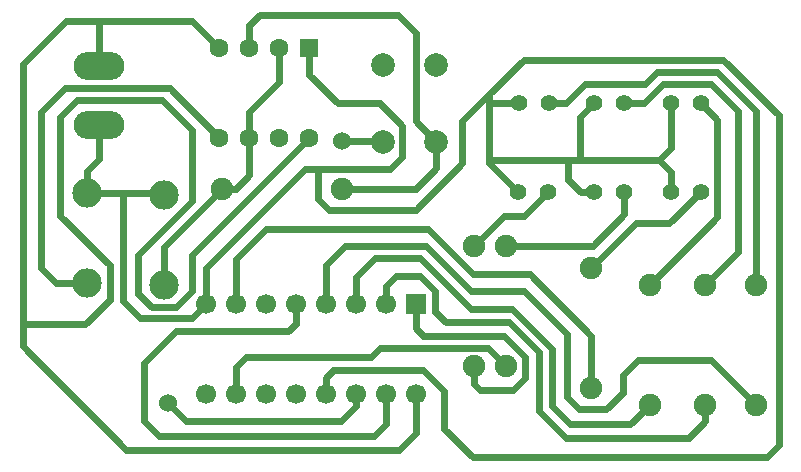
<source format=gbl>
G04 Layer: BottomLayer*
G04 EasyEDA v6.5.50, 2025-04-28 15:17:28*
G04 ec43f4f42a0a4547a17121b9b8cfd53d,1edd566ed00f4b82bd531d174b10065b,10*
G04 Gerber Generator version 0.2*
G04 Scale: 100 percent, Rotated: No, Reflected: No *
G04 Dimensions in millimeters *
G04 leading zeros omitted , absolute positions ,4 integer and 5 decimal *
%FSLAX45Y45*%
%MOMM*%

%ADD10C,0.6000*%
%ADD11C,1.6000*%
%ADD12R,1.5240X1.6000*%
%ADD13O,4.28498X2.3800054000000004*%
%ADD14C,2.4892*%
%ADD15C,1.4000*%
%ADD16C,1.9050*%
%ADD17C,2.0000*%
%ADD18R,1.7000X1.7000*%
%ADD19C,1.7000*%
%ADD20C,1.5240*%
%ADD21C,0.0135*%

%LPD*%
D10*
X3670300Y5284215D02*
G01*
X3670300Y5029200D01*
X3568700Y4927600D01*
X1752600Y4927600D01*
X1625600Y5054600D01*
X1625600Y5549900D01*
X1892300Y5816600D01*
X2844800Y5816600D01*
X2908300Y5880100D01*
X2908300Y6044184D01*
X5905500Y6210300D02*
G01*
X6477000Y6781800D01*
X6477000Y7607300D01*
X6337300Y7747000D01*
X4686300Y6540500D02*
G01*
X5422900Y6540500D01*
X5689600Y6807200D01*
X5689600Y6997700D01*
X5410200Y6350000D02*
G01*
X5791200Y6731000D01*
X6070600Y6731000D01*
X6337300Y6997700D01*
X4546600Y7493000D02*
G01*
X4546600Y7264400D01*
X4800600Y7747000D02*
G01*
X4546600Y7748523D01*
X4787900Y6997700D02*
G01*
X4546600Y7239000D01*
X4546600Y7264400D01*
X5435600Y6997700D02*
G01*
X5321300Y6997700D01*
X5218429Y7100570D01*
X5218429Y7264400D01*
X5435600Y7747000D02*
G01*
X5317538Y7628938D01*
X5317538Y7264400D01*
X6083300Y6997700D02*
G01*
X6083300Y7162800D01*
X5981700Y7264400D01*
X4737100Y7264400D01*
X6083300Y7747000D02*
G01*
X6083300Y7366000D01*
X5981700Y7264400D01*
X4546600Y7264400D02*
G01*
X4737100Y7264400D01*
X1244600Y8064500D02*
G01*
X1092200Y8064500D01*
X596900Y5994400D02*
G01*
X596900Y8077200D01*
X965200Y8445500D01*
X2032000Y8445500D01*
X2260600Y8216900D01*
X3924300Y5284215D02*
G01*
X3924300Y4953000D01*
X3784600Y4813300D01*
X1473200Y4813300D01*
X596900Y5689600D01*
X596900Y5994400D01*
X1143000Y6985000D02*
G01*
X1778000Y6985000D01*
X1790700Y6972300D01*
X1244600Y8064500D02*
G01*
X1244600Y8445500D01*
X1143000Y6223000D02*
G01*
X876300Y6223000D01*
X749300Y6350000D01*
X749300Y7670800D01*
X952500Y7874000D01*
X1841500Y7874000D01*
X2260600Y7454900D01*
X1143000Y6985000D02*
G01*
X1143000Y7175500D01*
X1244600Y7277100D01*
X1244600Y7564498D01*
X2514600Y7454900D02*
G01*
X2514600Y7670800D01*
X2768600Y7924800D01*
X2768600Y8216900D01*
X3302000Y7429500D02*
G01*
X3641041Y7429500D01*
X3648534Y7422009D01*
X2514600Y8216900D02*
G01*
X2514600Y8407400D01*
X2603500Y8496300D01*
X3771900Y8496300D01*
X3924300Y8343900D01*
X3924300Y7596123D01*
X4098543Y7422134D01*
X2146300Y6044184D02*
G01*
X2033015Y5930900D01*
X1587500Y5930900D01*
X1447800Y6070600D01*
X1447800Y6985000D01*
X3302000Y7023100D02*
G01*
X3924300Y7023100D01*
X4098516Y7197316D01*
X4098516Y7422009D01*
X2286000Y7023100D02*
G01*
X2400300Y7023100D01*
X2514600Y7137400D01*
X2514600Y7454900D01*
X1790700Y6210300D02*
G01*
X1790700Y6527800D01*
X2286000Y7023100D01*
X2146300Y6044209D02*
G01*
X2146300Y6350000D01*
X2984500Y7188200D01*
X3213100Y7188200D01*
X3022600Y8216900D02*
G01*
X3022600Y7988300D01*
X3263900Y7747000D01*
X3619500Y7747000D01*
X3810000Y7556500D01*
X3810000Y7289800D01*
X3708400Y7188200D01*
X3213100Y7188200D01*
X4546600Y7823200D02*
G01*
X4318000Y7594600D01*
X4318000Y7239000D01*
X3924300Y6845300D01*
X3187700Y6845300D01*
X3098800Y6934200D01*
X3098800Y7188200D01*
X4419600Y6540500D02*
G01*
X4673600Y6794500D01*
X4838700Y6794500D01*
X5041900Y6997700D01*
X2400300Y5284215D02*
G01*
X2400300Y5511800D01*
X2489200Y5600700D01*
X3543300Y5600700D01*
X3619500Y5676900D01*
X4533900Y5676900D01*
X4686300Y5524500D01*
X5905500Y5194300D02*
G01*
X5740400Y5029200D01*
X5232400Y5029200D01*
X5080000Y5181600D01*
X5080000Y5664200D01*
X4737100Y6007100D01*
X4394200Y6007100D01*
X3962400Y6438900D01*
X3581400Y6438900D01*
X3416300Y6273800D01*
X3416300Y6044184D01*
X3162300Y6044184D02*
G01*
X3162300Y6375400D01*
X3327400Y6540500D01*
X4013200Y6540500D01*
X4394200Y6159500D01*
X4838700Y6159500D01*
X5207000Y5791200D01*
X5207000Y5257800D01*
X5308600Y5156200D01*
X5537200Y5156200D01*
X5676900Y5295900D01*
X5676900Y5448300D01*
X5803900Y5575300D01*
X6426200Y5575300D01*
X6807200Y5194300D01*
X4419600Y5524500D02*
G01*
X4419600Y5372100D01*
X4470400Y5321300D01*
X4749800Y5321300D01*
X4851400Y5422900D01*
X4851400Y5600700D01*
X4673600Y5778500D01*
X3987800Y5778500D01*
X3924300Y5842000D01*
X3924300Y6044184D01*
X6375400Y5194300D02*
G01*
X6375400Y5054600D01*
X6235700Y4914900D01*
X5194300Y4914900D01*
X4965700Y5143500D01*
X4965700Y5638800D01*
X4711700Y5892800D01*
X4178300Y5892800D01*
X4089400Y5981700D01*
X4089400Y6159500D01*
X3962400Y6286500D01*
X3759200Y6286500D01*
X3670300Y6197600D01*
X3670300Y6044184D01*
X3416300Y5284215D02*
G01*
X3416300Y5181600D01*
X3289300Y5054600D01*
X1981200Y5054600D01*
X1828800Y5207000D01*
X5410200Y5334000D02*
G01*
X5410200Y5778500D01*
X4889500Y6299200D01*
X4406900Y6299200D01*
X4025900Y6680200D01*
X2654300Y6680200D01*
X2400300Y6426200D01*
X2400300Y6044184D01*
X6807200Y6210300D02*
G01*
X6807200Y7683500D01*
X6477000Y8013700D01*
X5969000Y8013700D01*
X5867400Y7912100D01*
X5359400Y7912100D01*
X5194300Y7747000D01*
X5054600Y7747000D01*
X5689600Y7747000D02*
G01*
X5854700Y7747000D01*
X6019800Y7912100D01*
X6426200Y7912100D01*
X6654800Y7683500D01*
X6654800Y6489700D01*
X6375400Y6210300D01*
X3162300Y5284215D02*
G01*
X3162300Y5422900D01*
X3225800Y5486400D01*
X3987800Y5486400D01*
X4165600Y5308600D01*
X4165600Y4991100D01*
X4406900Y4749800D01*
X6896100Y4749800D01*
X6997700Y4851400D01*
X6997700Y7645400D01*
X6527800Y8115300D01*
X4838700Y8115300D01*
X4546600Y7823200D01*
X4546600Y7493000D01*
X596900Y5874257D02*
G01*
X1124457Y5874257D01*
X1333500Y6083300D01*
X1333500Y6375400D01*
X914400Y6794500D01*
X914400Y7632700D01*
X1054100Y7772400D01*
X1778000Y7772400D01*
X2032000Y7518400D01*
X2032000Y6921500D01*
X1574800Y6464300D01*
X1574800Y6134100D01*
X1689100Y6019800D01*
X1892300Y6019800D01*
X2032000Y6159500D01*
X2032000Y6464300D01*
X3022600Y7454900D01*
D11*
G01*
X2260600Y8216900D03*
G01*
X2514600Y8216900D03*
G01*
X2768600Y8216900D03*
D12*
G01*
X3022600Y8216900D03*
D11*
G01*
X2260600Y7454900D03*
G01*
X2514600Y7454900D03*
G01*
X2768600Y7454900D03*
G01*
X3022600Y7454900D03*
D13*
G01*
X1244600Y8064500D03*
G01*
X1244600Y7564501D03*
D14*
G01*
X1143000Y6223000D03*
G01*
X1143000Y6985000D03*
G01*
X1790700Y6210300D03*
G01*
X1790700Y6972300D03*
D15*
G01*
X6337300Y7747000D03*
G01*
X6083300Y7747000D03*
G01*
X5689600Y7747000D03*
G01*
X5435600Y7747000D03*
G01*
X5054600Y7747000D03*
G01*
X4800600Y7747000D03*
G01*
X6337300Y6997700D03*
G01*
X6083300Y6997700D03*
G01*
X5689600Y6997700D03*
G01*
X5435600Y6997700D03*
G01*
X5041900Y6997700D03*
G01*
X4787900Y6997700D03*
D16*
G01*
X2286000Y7023100D03*
G01*
X3302000Y7023100D03*
G01*
X5905500Y6210300D03*
G01*
X5905500Y5194300D03*
G01*
X6375400Y6210300D03*
G01*
X6375400Y5194300D03*
G01*
X6807200Y6210300D03*
G01*
X6807200Y5194300D03*
G01*
X5410200Y6350000D03*
G01*
X5410200Y5334000D03*
G01*
X4686300Y6540500D03*
G01*
X4686300Y5524500D03*
G01*
X4419600Y6540500D03*
G01*
X4419600Y5524500D03*
D17*
G01*
X3648481Y8071993D03*
G01*
X3648532Y7422006D03*
G01*
X4098493Y8071993D03*
G01*
X4098518Y7422006D03*
D18*
G01*
X3924300Y6044209D03*
D19*
G01*
X3670300Y6044209D03*
G01*
X2400300Y6044209D03*
G01*
X2146300Y6044209D03*
G01*
X3416300Y6044209D03*
G01*
X3162300Y6044209D03*
G01*
X2654300Y6044209D03*
G01*
X2908300Y6044209D03*
G01*
X2146300Y5284190D03*
G01*
X2400300Y5284190D03*
G01*
X2654300Y5284190D03*
G01*
X2908300Y5284190D03*
G01*
X3162300Y5284190D03*
G01*
X3416300Y5284190D03*
G01*
X3670300Y5284190D03*
G01*
X3924300Y5284190D03*
D20*
G01*
X3302000Y7429500D03*
G01*
X1828800Y5207000D03*
M02*

</source>
